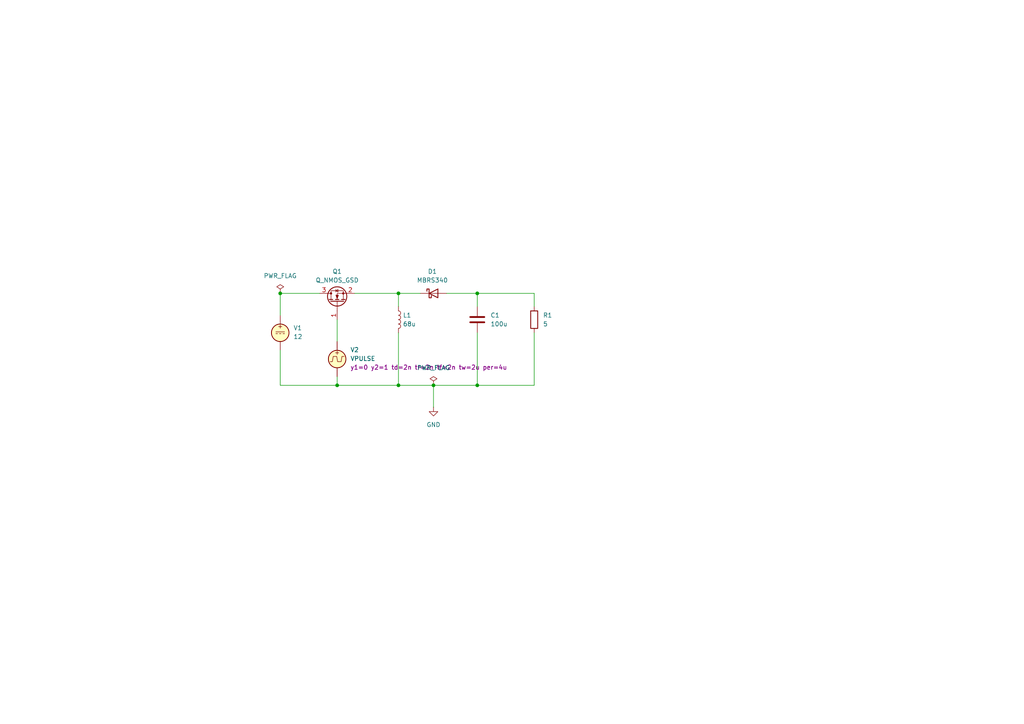
<source format=kicad_sch>
(kicad_sch
	(version 20250114)
	(generator "eeschema")
	(generator_version "9.0")
	(uuid "9c5c71c2-fb50-4cc4-a2fb-acb64834c10d")
	(paper "A4")
	(lib_symbols
		(symbol "Device:C"
			(pin_numbers
				(hide yes)
			)
			(pin_names
				(offset 0.254)
			)
			(exclude_from_sim no)
			(in_bom yes)
			(on_board yes)
			(property "Reference" "C"
				(at 0.635 2.54 0)
				(effects
					(font
						(size 1.27 1.27)
					)
					(justify left)
				)
			)
			(property "Value" "C"
				(at 0.635 -2.54 0)
				(effects
					(font
						(size 1.27 1.27)
					)
					(justify left)
				)
			)
			(property "Footprint" ""
				(at 0.9652 -3.81 0)
				(effects
					(font
						(size 1.27 1.27)
					)
					(hide yes)
				)
			)
			(property "Datasheet" "~"
				(at 0 0 0)
				(effects
					(font
						(size 1.27 1.27)
					)
					(hide yes)
				)
			)
			(property "Description" "Unpolarized capacitor"
				(at 0 0 0)
				(effects
					(font
						(size 1.27 1.27)
					)
					(hide yes)
				)
			)
			(property "ki_keywords" "cap capacitor"
				(at 0 0 0)
				(effects
					(font
						(size 1.27 1.27)
					)
					(hide yes)
				)
			)
			(property "ki_fp_filters" "C_*"
				(at 0 0 0)
				(effects
					(font
						(size 1.27 1.27)
					)
					(hide yes)
				)
			)
			(symbol "C_0_1"
				(polyline
					(pts
						(xy -2.032 0.762) (xy 2.032 0.762)
					)
					(stroke
						(width 0.508)
						(type default)
					)
					(fill
						(type none)
					)
				)
				(polyline
					(pts
						(xy -2.032 -0.762) (xy 2.032 -0.762)
					)
					(stroke
						(width 0.508)
						(type default)
					)
					(fill
						(type none)
					)
				)
			)
			(symbol "C_1_1"
				(pin passive line
					(at 0 3.81 270)
					(length 2.794)
					(name "~"
						(effects
							(font
								(size 1.27 1.27)
							)
						)
					)
					(number "1"
						(effects
							(font
								(size 1.27 1.27)
							)
						)
					)
				)
				(pin passive line
					(at 0 -3.81 90)
					(length 2.794)
					(name "~"
						(effects
							(font
								(size 1.27 1.27)
							)
						)
					)
					(number "2"
						(effects
							(font
								(size 1.27 1.27)
							)
						)
					)
				)
			)
			(embedded_fonts no)
		)
		(symbol "Device:L"
			(pin_numbers
				(hide yes)
			)
			(pin_names
				(offset 1.016)
				(hide yes)
			)
			(exclude_from_sim no)
			(in_bom yes)
			(on_board yes)
			(property "Reference" "L"
				(at -1.27 0 90)
				(effects
					(font
						(size 1.27 1.27)
					)
				)
			)
			(property "Value" "L"
				(at 1.905 0 90)
				(effects
					(font
						(size 1.27 1.27)
					)
				)
			)
			(property "Footprint" ""
				(at 0 0 0)
				(effects
					(font
						(size 1.27 1.27)
					)
					(hide yes)
				)
			)
			(property "Datasheet" "~"
				(at 0 0 0)
				(effects
					(font
						(size 1.27 1.27)
					)
					(hide yes)
				)
			)
			(property "Description" "Inductor"
				(at 0 0 0)
				(effects
					(font
						(size 1.27 1.27)
					)
					(hide yes)
				)
			)
			(property "ki_keywords" "inductor choke coil reactor magnetic"
				(at 0 0 0)
				(effects
					(font
						(size 1.27 1.27)
					)
					(hide yes)
				)
			)
			(property "ki_fp_filters" "Choke_* *Coil* Inductor_* L_*"
				(at 0 0 0)
				(effects
					(font
						(size 1.27 1.27)
					)
					(hide yes)
				)
			)
			(symbol "L_0_1"
				(arc
					(start 0 2.54)
					(mid 0.6323 1.905)
					(end 0 1.27)
					(stroke
						(width 0)
						(type default)
					)
					(fill
						(type none)
					)
				)
				(arc
					(start 0 1.27)
					(mid 0.6323 0.635)
					(end 0 0)
					(stroke
						(width 0)
						(type default)
					)
					(fill
						(type none)
					)
				)
				(arc
					(start 0 0)
					(mid 0.6323 -0.635)
					(end 0 -1.27)
					(stroke
						(width 0)
						(type default)
					)
					(fill
						(type none)
					)
				)
				(arc
					(start 0 -1.27)
					(mid 0.6323 -1.905)
					(end 0 -2.54)
					(stroke
						(width 0)
						(type default)
					)
					(fill
						(type none)
					)
				)
			)
			(symbol "L_1_1"
				(pin passive line
					(at 0 3.81 270)
					(length 1.27)
					(name "1"
						(effects
							(font
								(size 1.27 1.27)
							)
						)
					)
					(number "1"
						(effects
							(font
								(size 1.27 1.27)
							)
						)
					)
				)
				(pin passive line
					(at 0 -3.81 90)
					(length 1.27)
					(name "2"
						(effects
							(font
								(size 1.27 1.27)
							)
						)
					)
					(number "2"
						(effects
							(font
								(size 1.27 1.27)
							)
						)
					)
				)
			)
			(embedded_fonts no)
		)
		(symbol "Device:R"
			(pin_numbers
				(hide yes)
			)
			(pin_names
				(offset 0)
			)
			(exclude_from_sim no)
			(in_bom yes)
			(on_board yes)
			(property "Reference" "R"
				(at 2.032 0 90)
				(effects
					(font
						(size 1.27 1.27)
					)
				)
			)
			(property "Value" "R"
				(at 0 0 90)
				(effects
					(font
						(size 1.27 1.27)
					)
				)
			)
			(property "Footprint" ""
				(at -1.778 0 90)
				(effects
					(font
						(size 1.27 1.27)
					)
					(hide yes)
				)
			)
			(property "Datasheet" "~"
				(at 0 0 0)
				(effects
					(font
						(size 1.27 1.27)
					)
					(hide yes)
				)
			)
			(property "Description" "Resistor"
				(at 0 0 0)
				(effects
					(font
						(size 1.27 1.27)
					)
					(hide yes)
				)
			)
			(property "ki_keywords" "R res resistor"
				(at 0 0 0)
				(effects
					(font
						(size 1.27 1.27)
					)
					(hide yes)
				)
			)
			(property "ki_fp_filters" "R_*"
				(at 0 0 0)
				(effects
					(font
						(size 1.27 1.27)
					)
					(hide yes)
				)
			)
			(symbol "R_0_1"
				(rectangle
					(start -1.016 -2.54)
					(end 1.016 2.54)
					(stroke
						(width 0.254)
						(type default)
					)
					(fill
						(type none)
					)
				)
			)
			(symbol "R_1_1"
				(pin passive line
					(at 0 3.81 270)
					(length 1.27)
					(name "~"
						(effects
							(font
								(size 1.27 1.27)
							)
						)
					)
					(number "1"
						(effects
							(font
								(size 1.27 1.27)
							)
						)
					)
				)
				(pin passive line
					(at 0 -3.81 90)
					(length 1.27)
					(name "~"
						(effects
							(font
								(size 1.27 1.27)
							)
						)
					)
					(number "2"
						(effects
							(font
								(size 1.27 1.27)
							)
						)
					)
				)
			)
			(embedded_fonts no)
		)
		(symbol "Diode:MBRS340"
			(pin_numbers
				(hide yes)
			)
			(pin_names
				(offset 1.016)
				(hide yes)
			)
			(exclude_from_sim no)
			(in_bom yes)
			(on_board yes)
			(property "Reference" "D"
				(at 0 2.54 0)
				(effects
					(font
						(size 1.27 1.27)
					)
				)
			)
			(property "Value" "MBRS340"
				(at 0 -2.54 0)
				(effects
					(font
						(size 1.27 1.27)
					)
				)
			)
			(property "Footprint" "Diode_SMD:D_SMC"
				(at 0 -8.636 0)
				(effects
					(font
						(size 1.27 1.27)
					)
					(hide yes)
				)
			)
			(property "Datasheet" "https://www.onsemi.com/download/data-sheet/pdf/mbrs340t3-d.pdf"
				(at 0 -6.604 0)
				(effects
					(font
						(size 1.27 1.27)
					)
					(hide yes)
				)
			)
			(property "Description" "40V 3A Schottky Barrier Rectifier Diode, SMC (DO-214AB)"
				(at 0 -4.572 0)
				(effects
					(font
						(size 1.27 1.27)
					)
					(hide yes)
				)
			)
			(property "ki_keywords" "diode Schottky"
				(at 0 0 0)
				(effects
					(font
						(size 1.27 1.27)
					)
					(hide yes)
				)
			)
			(property "ki_fp_filters" "*D*SMC*"
				(at 0 0 0)
				(effects
					(font
						(size 1.27 1.27)
					)
					(hide yes)
				)
			)
			(symbol "MBRS340_0_1"
				(polyline
					(pts
						(xy -1.905 0.635) (xy -1.905 1.27) (xy -1.27 1.27) (xy -1.27 -1.27) (xy -0.635 -1.27) (xy -0.635 -0.635)
					)
					(stroke
						(width 0.254)
						(type default)
					)
					(fill
						(type none)
					)
				)
				(polyline
					(pts
						(xy 1.27 1.27) (xy 1.27 -1.27) (xy -1.27 0) (xy 1.27 1.27)
					)
					(stroke
						(width 0.254)
						(type default)
					)
					(fill
						(type none)
					)
				)
				(polyline
					(pts
						(xy 1.27 0) (xy -1.27 0)
					)
					(stroke
						(width 0)
						(type default)
					)
					(fill
						(type none)
					)
				)
			)
			(symbol "MBRS340_1_1"
				(pin passive line
					(at -3.81 0 0)
					(length 2.54)
					(name "K"
						(effects
							(font
								(size 1.27 1.27)
							)
						)
					)
					(number "1"
						(effects
							(font
								(size 1.27 1.27)
							)
						)
					)
				)
				(pin passive line
					(at 3.81 0 180)
					(length 2.54)
					(name "A"
						(effects
							(font
								(size 1.27 1.27)
							)
						)
					)
					(number "2"
						(effects
							(font
								(size 1.27 1.27)
							)
						)
					)
				)
			)
			(embedded_fonts no)
		)
		(symbol "Simulation_SPICE:VDC"
			(pin_numbers
				(hide yes)
			)
			(pin_names
				(offset 0.0254)
			)
			(exclude_from_sim no)
			(in_bom yes)
			(on_board yes)
			(property "Reference" "V"
				(at 2.54 2.54 0)
				(effects
					(font
						(size 1.27 1.27)
					)
					(justify left)
				)
			)
			(property "Value" "1"
				(at 2.54 0 0)
				(effects
					(font
						(size 1.27 1.27)
					)
					(justify left)
				)
			)
			(property "Footprint" ""
				(at 0 0 0)
				(effects
					(font
						(size 1.27 1.27)
					)
					(hide yes)
				)
			)
			(property "Datasheet" "https://ngspice.sourceforge.io/docs/ngspice-html-manual/manual.xhtml#sec_Independent_Sources_for"
				(at 0 0 0)
				(effects
					(font
						(size 1.27 1.27)
					)
					(hide yes)
				)
			)
			(property "Description" "Voltage source, DC"
				(at 0 0 0)
				(effects
					(font
						(size 1.27 1.27)
					)
					(hide yes)
				)
			)
			(property "Sim.Pins" "1=+ 2=-"
				(at 0 0 0)
				(effects
					(font
						(size 1.27 1.27)
					)
					(hide yes)
				)
			)
			(property "Sim.Type" "DC"
				(at 0 0 0)
				(effects
					(font
						(size 1.27 1.27)
					)
					(hide yes)
				)
			)
			(property "Sim.Device" "V"
				(at 0 0 0)
				(effects
					(font
						(size 1.27 1.27)
					)
					(justify left)
					(hide yes)
				)
			)
			(property "ki_keywords" "simulation"
				(at 0 0 0)
				(effects
					(font
						(size 1.27 1.27)
					)
					(hide yes)
				)
			)
			(symbol "VDC_0_0"
				(polyline
					(pts
						(xy -1.27 0.254) (xy 1.27 0.254)
					)
					(stroke
						(width 0)
						(type default)
					)
					(fill
						(type none)
					)
				)
				(polyline
					(pts
						(xy -0.762 -0.254) (xy -1.27 -0.254)
					)
					(stroke
						(width 0)
						(type default)
					)
					(fill
						(type none)
					)
				)
				(polyline
					(pts
						(xy 0.254 -0.254) (xy -0.254 -0.254)
					)
					(stroke
						(width 0)
						(type default)
					)
					(fill
						(type none)
					)
				)
				(polyline
					(pts
						(xy 1.27 -0.254) (xy 0.762 -0.254)
					)
					(stroke
						(width 0)
						(type default)
					)
					(fill
						(type none)
					)
				)
				(text "+"
					(at 0 1.905 0)
					(effects
						(font
							(size 1.27 1.27)
						)
					)
				)
			)
			(symbol "VDC_0_1"
				(circle
					(center 0 0)
					(radius 2.54)
					(stroke
						(width 0.254)
						(type default)
					)
					(fill
						(type background)
					)
				)
			)
			(symbol "VDC_1_1"
				(pin passive line
					(at 0 5.08 270)
					(length 2.54)
					(name "~"
						(effects
							(font
								(size 1.27 1.27)
							)
						)
					)
					(number "1"
						(effects
							(font
								(size 1.27 1.27)
							)
						)
					)
				)
				(pin passive line
					(at 0 -5.08 90)
					(length 2.54)
					(name "~"
						(effects
							(font
								(size 1.27 1.27)
							)
						)
					)
					(number "2"
						(effects
							(font
								(size 1.27 1.27)
							)
						)
					)
				)
			)
			(embedded_fonts no)
		)
		(symbol "Simulation_SPICE:VPULSE"
			(pin_numbers
				(hide yes)
			)
			(pin_names
				(offset 0.0254)
			)
			(exclude_from_sim no)
			(in_bom yes)
			(on_board yes)
			(property "Reference" "V"
				(at 2.54 2.54 0)
				(effects
					(font
						(size 1.27 1.27)
					)
					(justify left)
				)
			)
			(property "Value" "VPULSE"
				(at 2.54 0 0)
				(effects
					(font
						(size 1.27 1.27)
					)
					(justify left)
				)
			)
			(property "Footprint" ""
				(at 0 0 0)
				(effects
					(font
						(size 1.27 1.27)
					)
					(hide yes)
				)
			)
			(property "Datasheet" "https://ngspice.sourceforge.io/docs/ngspice-html-manual/manual.xhtml#sec_Independent_Sources_for"
				(at 0 0 0)
				(effects
					(font
						(size 1.27 1.27)
					)
					(hide yes)
				)
			)
			(property "Description" "Voltage source, pulse"
				(at 0 0 0)
				(effects
					(font
						(size 1.27 1.27)
					)
					(hide yes)
				)
			)
			(property "Sim.Pins" "1=+ 2=-"
				(at 0 0 0)
				(effects
					(font
						(size 1.27 1.27)
					)
					(hide yes)
				)
			)
			(property "Sim.Type" "PULSE"
				(at 0 0 0)
				(effects
					(font
						(size 1.27 1.27)
					)
					(hide yes)
				)
			)
			(property "Sim.Device" "V"
				(at 0 0 0)
				(effects
					(font
						(size 1.27 1.27)
					)
					(justify left)
					(hide yes)
				)
			)
			(property "Sim.Params" "y1=0 y2=1 td=2n tr=2n tf=2n tw=50n per=100n"
				(at 2.54 -2.54 0)
				(effects
					(font
						(size 1.27 1.27)
					)
					(justify left)
				)
			)
			(property "ki_keywords" "simulation"
				(at 0 0 0)
				(effects
					(font
						(size 1.27 1.27)
					)
					(hide yes)
				)
			)
			(symbol "VPULSE_0_0"
				(polyline
					(pts
						(xy -2.032 -0.762) (xy -1.397 -0.762) (xy -1.143 0.762) (xy -0.127 0.762) (xy 0.127 -0.762) (xy 1.143 -0.762)
						(xy 1.397 0.762) (xy 2.032 0.762)
					)
					(stroke
						(width 0)
						(type default)
					)
					(fill
						(type none)
					)
				)
				(text "+"
					(at 0 1.905 0)
					(effects
						(font
							(size 1.27 1.27)
						)
					)
				)
			)
			(symbol "VPULSE_0_1"
				(circle
					(center 0 0)
					(radius 2.54)
					(stroke
						(width 0.254)
						(type default)
					)
					(fill
						(type background)
					)
				)
			)
			(symbol "VPULSE_1_1"
				(pin passive line
					(at 0 5.08 270)
					(length 2.54)
					(name "~"
						(effects
							(font
								(size 1.27 1.27)
							)
						)
					)
					(number "1"
						(effects
							(font
								(size 1.27 1.27)
							)
						)
					)
				)
				(pin passive line
					(at 0 -5.08 90)
					(length 2.54)
					(name "~"
						(effects
							(font
								(size 1.27 1.27)
							)
						)
					)
					(number "2"
						(effects
							(font
								(size 1.27 1.27)
							)
						)
					)
				)
			)
			(embedded_fonts no)
		)
		(symbol "Transistor_FET:Q_NMOS_GSD"
			(pin_names
				(offset 0)
				(hide yes)
			)
			(exclude_from_sim no)
			(in_bom yes)
			(on_board yes)
			(property "Reference" "Q"
				(at 5.08 1.905 0)
				(effects
					(font
						(size 1.27 1.27)
					)
					(justify left)
				)
			)
			(property "Value" "Q_NMOS_GSD"
				(at 5.08 0 0)
				(effects
					(font
						(size 1.27 1.27)
					)
					(justify left)
				)
			)
			(property "Footprint" ""
				(at 5.08 2.54 0)
				(effects
					(font
						(size 1.27 1.27)
					)
					(hide yes)
				)
			)
			(property "Datasheet" "~"
				(at 0 0 0)
				(effects
					(font
						(size 1.27 1.27)
					)
					(hide yes)
				)
			)
			(property "Description" "N-MOSFET transistor, gate/source/drain"
				(at 0 0 0)
				(effects
					(font
						(size 1.27 1.27)
					)
					(hide yes)
				)
			)
			(property "ki_keywords" "transistor NMOS N-MOS N-MOSFET"
				(at 0 0 0)
				(effects
					(font
						(size 1.27 1.27)
					)
					(hide yes)
				)
			)
			(symbol "Q_NMOS_GSD_0_1"
				(polyline
					(pts
						(xy 0.254 1.905) (xy 0.254 -1.905)
					)
					(stroke
						(width 0.254)
						(type default)
					)
					(fill
						(type none)
					)
				)
				(polyline
					(pts
						(xy 0.254 0) (xy -2.54 0)
					)
					(stroke
						(width 0)
						(type default)
					)
					(fill
						(type none)
					)
				)
				(polyline
					(pts
						(xy 0.762 2.286) (xy 0.762 1.27)
					)
					(stroke
						(width 0.254)
						(type default)
					)
					(fill
						(type none)
					)
				)
				(polyline
					(pts
						(xy 0.762 0.508) (xy 0.762 -0.508)
					)
					(stroke
						(width 0.254)
						(type default)
					)
					(fill
						(type none)
					)
				)
				(polyline
					(pts
						(xy 0.762 -1.27) (xy 0.762 -2.286)
					)
					(stroke
						(width 0.254)
						(type default)
					)
					(fill
						(type none)
					)
				)
				(polyline
					(pts
						(xy 0.762 -1.778) (xy 3.302 -1.778) (xy 3.302 1.778) (xy 0.762 1.778)
					)
					(stroke
						(width 0)
						(type default)
					)
					(fill
						(type none)
					)
				)
				(polyline
					(pts
						(xy 1.016 0) (xy 2.032 0.381) (xy 2.032 -0.381) (xy 1.016 0)
					)
					(stroke
						(width 0)
						(type default)
					)
					(fill
						(type outline)
					)
				)
				(circle
					(center 1.651 0)
					(radius 2.794)
					(stroke
						(width 0.254)
						(type default)
					)
					(fill
						(type none)
					)
				)
				(polyline
					(pts
						(xy 2.54 2.54) (xy 2.54 1.778)
					)
					(stroke
						(width 0)
						(type default)
					)
					(fill
						(type none)
					)
				)
				(circle
					(center 2.54 1.778)
					(radius 0.254)
					(stroke
						(width 0)
						(type default)
					)
					(fill
						(type outline)
					)
				)
				(circle
					(center 2.54 -1.778)
					(radius 0.254)
					(stroke
						(width 0)
						(type default)
					)
					(fill
						(type outline)
					)
				)
				(polyline
					(pts
						(xy 2.54 -2.54) (xy 2.54 0) (xy 0.762 0)
					)
					(stroke
						(width 0)
						(type default)
					)
					(fill
						(type none)
					)
				)
				(polyline
					(pts
						(xy 2.921 0.381) (xy 3.683 0.381)
					)
					(stroke
						(width 0)
						(type default)
					)
					(fill
						(type none)
					)
				)
				(polyline
					(pts
						(xy 3.302 0.381) (xy 2.921 -0.254) (xy 3.683 -0.254) (xy 3.302 0.381)
					)
					(stroke
						(width 0)
						(type default)
					)
					(fill
						(type none)
					)
				)
			)
			(symbol "Q_NMOS_GSD_1_1"
				(pin input line
					(at -5.08 0 0)
					(length 2.54)
					(name "G"
						(effects
							(font
								(size 1.27 1.27)
							)
						)
					)
					(number "1"
						(effects
							(font
								(size 1.27 1.27)
							)
						)
					)
				)
				(pin passive line
					(at 2.54 5.08 270)
					(length 2.54)
					(name "D"
						(effects
							(font
								(size 1.27 1.27)
							)
						)
					)
					(number "3"
						(effects
							(font
								(size 1.27 1.27)
							)
						)
					)
				)
				(pin passive line
					(at 2.54 -5.08 90)
					(length 2.54)
					(name "S"
						(effects
							(font
								(size 1.27 1.27)
							)
						)
					)
					(number "2"
						(effects
							(font
								(size 1.27 1.27)
							)
						)
					)
				)
			)
			(embedded_fonts no)
		)
		(symbol "power:GND"
			(power)
			(pin_numbers
				(hide yes)
			)
			(pin_names
				(offset 0)
				(hide yes)
			)
			(exclude_from_sim no)
			(in_bom yes)
			(on_board yes)
			(property "Reference" "#PWR"
				(at 0 -6.35 0)
				(effects
					(font
						(size 1.27 1.27)
					)
					(hide yes)
				)
			)
			(property "Value" "GND"
				(at 0 -3.81 0)
				(effects
					(font
						(size 1.27 1.27)
					)
				)
			)
			(property "Footprint" ""
				(at 0 0 0)
				(effects
					(font
						(size 1.27 1.27)
					)
					(hide yes)
				)
			)
			(property "Datasheet" ""
				(at 0 0 0)
				(effects
					(font
						(size 1.27 1.27)
					)
					(hide yes)
				)
			)
			(property "Description" "Power symbol creates a global label with name \"GND\" , ground"
				(at 0 0 0)
				(effects
					(font
						(size 1.27 1.27)
					)
					(hide yes)
				)
			)
			(property "ki_keywords" "global power"
				(at 0 0 0)
				(effects
					(font
						(size 1.27 1.27)
					)
					(hide yes)
				)
			)
			(symbol "GND_0_1"
				(polyline
					(pts
						(xy 0 0) (xy 0 -1.27) (xy 1.27 -1.27) (xy 0 -2.54) (xy -1.27 -1.27) (xy 0 -1.27)
					)
					(stroke
						(width 0)
						(type default)
					)
					(fill
						(type none)
					)
				)
			)
			(symbol "GND_1_1"
				(pin power_in line
					(at 0 0 270)
					(length 0)
					(name "~"
						(effects
							(font
								(size 1.27 1.27)
							)
						)
					)
					(number "1"
						(effects
							(font
								(size 1.27 1.27)
							)
						)
					)
				)
			)
			(embedded_fonts no)
		)
		(symbol "power:PWR_FLAG"
			(power)
			(pin_numbers
				(hide yes)
			)
			(pin_names
				(offset 0)
				(hide yes)
			)
			(exclude_from_sim no)
			(in_bom yes)
			(on_board yes)
			(property "Reference" "#FLG"
				(at 0 1.905 0)
				(effects
					(font
						(size 1.27 1.27)
					)
					(hide yes)
				)
			)
			(property "Value" "PWR_FLAG"
				(at 0 3.81 0)
				(effects
					(font
						(size 1.27 1.27)
					)
				)
			)
			(property "Footprint" ""
				(at 0 0 0)
				(effects
					(font
						(size 1.27 1.27)
					)
					(hide yes)
				)
			)
			(property "Datasheet" "~"
				(at 0 0 0)
				(effects
					(font
						(size 1.27 1.27)
					)
					(hide yes)
				)
			)
			(property "Description" "Special symbol for telling ERC where power comes from"
				(at 0 0 0)
				(effects
					(font
						(size 1.27 1.27)
					)
					(hide yes)
				)
			)
			(property "ki_keywords" "flag power"
				(at 0 0 0)
				(effects
					(font
						(size 1.27 1.27)
					)
					(hide yes)
				)
			)
			(symbol "PWR_FLAG_0_0"
				(pin power_out line
					(at 0 0 90)
					(length 0)
					(name "~"
						(effects
							(font
								(size 1.27 1.27)
							)
						)
					)
					(number "1"
						(effects
							(font
								(size 1.27 1.27)
							)
						)
					)
				)
			)
			(symbol "PWR_FLAG_0_1"
				(polyline
					(pts
						(xy 0 0) (xy 0 1.27) (xy -1.016 1.905) (xy 0 2.54) (xy 1.016 1.905) (xy 0 1.27)
					)
					(stroke
						(width 0)
						(type default)
					)
					(fill
						(type none)
					)
				)
			)
			(embedded_fonts no)
		)
	)
	(junction
		(at 97.79 111.76)
		(diameter 0)
		(color 0 0 0 0)
		(uuid "0bdfcfa6-2b6a-4fc5-9388-d34398b71f48")
	)
	(junction
		(at 81.28 85.09)
		(diameter 0)
		(color 0 0 0 0)
		(uuid "44302d03-597b-457c-b662-ba3c66c33dc1")
	)
	(junction
		(at 125.73 111.76)
		(diameter 0)
		(color 0 0 0 0)
		(uuid "566a01ad-cb10-475b-b6fc-d990b632bfcb")
	)
	(junction
		(at 115.57 111.76)
		(diameter 0)
		(color 0 0 0 0)
		(uuid "57c845e1-6b03-47d6-a83c-3a5ead815090")
	)
	(junction
		(at 138.43 111.76)
		(diameter 0)
		(color 0 0 0 0)
		(uuid "86091769-99b1-40db-aadf-65e5fa3062c7")
	)
	(junction
		(at 115.57 85.09)
		(diameter 0)
		(color 0 0 0 0)
		(uuid "9148e739-8cd7-43a3-95c3-41f13ce0a427")
	)
	(junction
		(at 138.43 85.09)
		(diameter 0)
		(color 0 0 0 0)
		(uuid "b0f39a5f-f95d-4af2-bbfc-32599e91be3d")
	)
	(wire
		(pts
			(xy 125.73 111.76) (xy 125.73 118.11)
		)
		(stroke
			(width 0)
			(type default)
		)
		(uuid "16d98719-4754-42c2-be46-ccdad8a72a72")
	)
	(wire
		(pts
			(xy 115.57 85.09) (xy 121.92 85.09)
		)
		(stroke
			(width 0)
			(type default)
		)
		(uuid "18024a89-a0dd-4201-8cd2-105785c84392")
	)
	(wire
		(pts
			(xy 81.28 85.09) (xy 92.71 85.09)
		)
		(stroke
			(width 0)
			(type default)
		)
		(uuid "1ad63402-aec5-47bf-8bf0-c9a3e4a6ba12")
	)
	(wire
		(pts
			(xy 97.79 111.76) (xy 115.57 111.76)
		)
		(stroke
			(width 0)
			(type default)
		)
		(uuid "1c3911e7-6c89-47d5-b18f-3820e0c64c3f")
	)
	(wire
		(pts
			(xy 154.94 111.76) (xy 138.43 111.76)
		)
		(stroke
			(width 0)
			(type default)
		)
		(uuid "1f9d71b2-7e57-48bf-829d-9cb4ba59e9f0")
	)
	(wire
		(pts
			(xy 97.79 109.22) (xy 97.79 111.76)
		)
		(stroke
			(width 0)
			(type default)
		)
		(uuid "27f0fe8f-4758-485b-b60b-731ce2f7c8b4")
	)
	(wire
		(pts
			(xy 115.57 85.09) (xy 115.57 88.9)
		)
		(stroke
			(width 0)
			(type default)
		)
		(uuid "2b4ac11f-edd2-49c6-8f91-5d3ebe3aedfe")
	)
	(wire
		(pts
			(xy 138.43 85.09) (xy 154.94 85.09)
		)
		(stroke
			(width 0)
			(type default)
		)
		(uuid "53392abe-f874-490e-abec-c38ed5945e62")
	)
	(wire
		(pts
			(xy 154.94 85.09) (xy 154.94 88.9)
		)
		(stroke
			(width 0)
			(type default)
		)
		(uuid "58a0ee1b-facc-4ee8-8ce4-f3cb69fd8207")
	)
	(wire
		(pts
			(xy 81.28 111.76) (xy 97.79 111.76)
		)
		(stroke
			(width 0)
			(type default)
		)
		(uuid "5cd2b004-d9fa-4ee7-8bd4-5c0d7972b77b")
	)
	(wire
		(pts
			(xy 115.57 111.76) (xy 125.73 111.76)
		)
		(stroke
			(width 0)
			(type default)
		)
		(uuid "61dda476-6d73-4582-8bfd-4197f32bdd2d")
	)
	(wire
		(pts
			(xy 81.28 101.6) (xy 81.28 111.76)
		)
		(stroke
			(width 0)
			(type default)
		)
		(uuid "65363cdd-71d4-46ae-9786-c5e385362e23")
	)
	(wire
		(pts
			(xy 154.94 96.52) (xy 154.94 111.76)
		)
		(stroke
			(width 0)
			(type default)
		)
		(uuid "778c4970-2058-483e-8342-86c5464e7137")
	)
	(wire
		(pts
			(xy 102.87 85.09) (xy 115.57 85.09)
		)
		(stroke
			(width 0)
			(type default)
		)
		(uuid "7ca22d2c-77c3-458a-ae02-a5eda4203e43")
	)
	(wire
		(pts
			(xy 115.57 96.52) (xy 115.57 111.76)
		)
		(stroke
			(width 0)
			(type default)
		)
		(uuid "7dfea84a-42d9-4be8-bb06-c2f6dd04f29a")
	)
	(wire
		(pts
			(xy 81.28 91.44) (xy 81.28 85.09)
		)
		(stroke
			(width 0)
			(type default)
		)
		(uuid "8624fd58-2f00-4b31-b1ad-0fe0df13d677")
	)
	(wire
		(pts
			(xy 138.43 85.09) (xy 138.43 88.9)
		)
		(stroke
			(width 0)
			(type default)
		)
		(uuid "a9109e81-00f5-484f-afe4-e39a5bdc5c94")
	)
	(wire
		(pts
			(xy 125.73 111.76) (xy 138.43 111.76)
		)
		(stroke
			(width 0)
			(type default)
		)
		(uuid "cc413228-080c-4659-94ea-bde24e385bf4")
	)
	(wire
		(pts
			(xy 129.54 85.09) (xy 138.43 85.09)
		)
		(stroke
			(width 0)
			(type default)
		)
		(uuid "f2856c6d-33bf-408b-bc10-6d77d7f250be")
	)
	(wire
		(pts
			(xy 97.79 92.71) (xy 97.79 99.06)
		)
		(stroke
			(width 0)
			(type default)
		)
		(uuid "fbe9a22f-9cf4-4fa5-9847-5faed02e04aa")
	)
	(wire
		(pts
			(xy 138.43 96.52) (xy 138.43 111.76)
		)
		(stroke
			(width 0)
			(type default)
		)
		(uuid "fcaeefba-c7c7-4b1d-9e9f-f88c614df3e5")
	)
	(symbol
		(lib_id "Device:L")
		(at 115.57 92.71 0)
		(unit 1)
		(exclude_from_sim no)
		(in_bom yes)
		(on_board yes)
		(dnp no)
		(fields_autoplaced yes)
		(uuid "3211f91e-addb-4f6c-ad8b-efabc3e19427")
		(property "Reference" "L1"
			(at 116.84 91.4399 0)
			(effects
				(font
					(size 1.27 1.27)
				)
				(justify left)
			)
		)
		(property "Value" "68u"
			(at 116.84 93.9799 0)
			(effects
				(font
					(size 1.27 1.27)
				)
				(justify left)
			)
		)
		(property "Footprint" "Inductor_THT:L_Axial_L5.0mm_D3.6mm_P10.00mm_Horizontal_Murata_BL01RN1A2A2"
			(at 115.57 92.71 0)
			(effects
				(font
					(size 1.27 1.27)
				)
				(hide yes)
			)
		)
		(property "Datasheet" "~"
			(at 115.57 92.71 0)
			(effects
				(font
					(size 1.27 1.27)
				)
				(hide yes)
			)
		)
		(property "Description" "Inductor"
			(at 115.57 92.71 0)
			(effects
				(font
					(size 1.27 1.27)
				)
				(hide yes)
			)
		)
		(pin "2"
			(uuid "cdef57e7-125c-4c26-b3f8-495c34b99686")
		)
		(pin "1"
			(uuid "bb0614f0-d63c-472b-8c95-0bc09060bbbb")
		)
		(instances
			(project ""
				(path "/9c5c71c2-fb50-4cc4-a2fb-acb64834c10d"
					(reference "L1")
					(unit 1)
				)
			)
		)
	)
	(symbol
		(lib_id "Device:R")
		(at 154.94 92.71 0)
		(unit 1)
		(exclude_from_sim no)
		(in_bom yes)
		(on_board yes)
		(dnp no)
		(fields_autoplaced yes)
		(uuid "63a03050-21f9-42b9-bd1e-0ffeb26aa3e9")
		(property "Reference" "R1"
			(at 157.48 91.4399 0)
			(effects
				(font
					(size 1.27 1.27)
				)
				(justify left)
			)
		)
		(property "Value" "5"
			(at 157.48 93.9799 0)
			(effects
				(font
					(size 1.27 1.27)
				)
				(justify left)
			)
		)
		(property "Footprint" "Resistor_THT:R_Axial_DIN0204_L3.6mm_D1.6mm_P1.90mm_Vertical"
			(at 153.162 92.71 90)
			(effects
				(font
					(size 1.27 1.27)
				)
				(hide yes)
			)
		)
		(property "Datasheet" "~"
			(at 154.94 92.71 0)
			(effects
				(font
					(size 1.27 1.27)
				)
				(hide yes)
			)
		)
		(property "Description" "Resistor"
			(at 154.94 92.71 0)
			(effects
				(font
					(size 1.27 1.27)
				)
				(hide yes)
			)
		)
		(pin "1"
			(uuid "0acff155-f62e-4236-8940-08df9c26c119")
		)
		(pin "2"
			(uuid "f2c2cb49-b5ce-4c10-b870-c3088e3a798b")
		)
		(instances
			(project ""
				(path "/9c5c71c2-fb50-4cc4-a2fb-acb64834c10d"
					(reference "R1")
					(unit 1)
				)
			)
		)
	)
	(symbol
		(lib_id "Simulation_SPICE:VPULSE")
		(at 97.79 104.14 0)
		(unit 1)
		(exclude_from_sim no)
		(in_bom yes)
		(on_board yes)
		(dnp no)
		(fields_autoplaced yes)
		(uuid "6f3bb884-f949-49c0-b0b6-54086ebeddde")
		(property "Reference" "V2"
			(at 101.6 101.4701 0)
			(effects
				(font
					(size 1.27 1.27)
				)
				(justify left)
			)
		)
		(property "Value" "VPULSE"
			(at 101.6 104.0101 0)
			(effects
				(font
					(size 1.27 1.27)
				)
				(justify left)
			)
		)
		(property "Footprint" "TerminalBlock_Phoenix:TerminalBlock_Phoenix_MKDS-1,5-2-5.08_1x02_P5.08mm_Horizontal"
			(at 97.79 104.14 0)
			(effects
				(font
					(size 1.27 1.27)
				)
				(hide yes)
			)
		)
		(property "Datasheet" "https://ngspice.sourceforge.io/docs/ngspice-html-manual/manual.xhtml#sec_Independent_Sources_for"
			(at 97.79 104.14 0)
			(effects
				(font
					(size 1.27 1.27)
				)
				(hide yes)
			)
		)
		(property "Description" "Voltage source, pulse"
			(at 97.79 104.14 0)
			(effects
				(font
					(size 1.27 1.27)
				)
				(hide yes)
			)
		)
		(property "Sim.Pins" "1=+ 2=-"
			(at 97.79 104.14 0)
			(effects
				(font
					(size 1.27 1.27)
				)
				(hide yes)
			)
		)
		(property "Sim.Type" "PULSE"
			(at 97.79 104.14 0)
			(effects
				(font
					(size 1.27 1.27)
				)
				(hide yes)
			)
		)
		(property "Sim.Device" "V"
			(at 97.79 104.14 0)
			(effects
				(font
					(size 1.27 1.27)
				)
				(justify left)
				(hide yes)
			)
		)
		(property "Sim.Params" "y1=0 y2=1 td=2n tr=2n tf=2n tw=2u per=4u"
			(at 101.6 106.5501 0)
			(effects
				(font
					(size 1.27 1.27)
				)
				(justify left)
			)
		)
		(pin "1"
			(uuid "bdc946c9-0c92-47f7-95c6-a84ae8c52c08")
		)
		(pin "2"
			(uuid "9af658c1-f9df-4bd8-9072-33410ed70fe2")
		)
		(instances
			(project ""
				(path "/9c5c71c2-fb50-4cc4-a2fb-acb64834c10d"
					(reference "V2")
					(unit 1)
				)
			)
		)
	)
	(symbol
		(lib_id "Device:C")
		(at 138.43 92.71 0)
		(unit 1)
		(exclude_from_sim no)
		(in_bom yes)
		(on_board yes)
		(dnp no)
		(fields_autoplaced yes)
		(uuid "842f0a07-f749-4f93-bd73-39af3688b858")
		(property "Reference" "C1"
			(at 142.24 91.4399 0)
			(effects
				(font
					(size 1.27 1.27)
				)
				(justify left)
			)
		)
		(property "Value" "100u"
			(at 142.24 93.9799 0)
			(effects
				(font
					(size 1.27 1.27)
				)
				(justify left)
			)
		)
		(property "Footprint" "Capacitor_THT:CP_Axial_L10.0mm_D4.5mm_P15.00mm_Horizontal"
			(at 139.3952 96.52 0)
			(effects
				(font
					(size 1.27 1.27)
				)
				(hide yes)
			)
		)
		(property "Datasheet" "~"
			(at 138.43 92.71 0)
			(effects
				(font
					(size 1.27 1.27)
				)
				(hide yes)
			)
		)
		(property "Description" "Unpolarized capacitor"
			(at 138.43 92.71 0)
			(effects
				(font
					(size 1.27 1.27)
				)
				(hide yes)
			)
		)
		(pin "2"
			(uuid "8eb8e697-e69d-470d-bd13-acbdcb6045ef")
		)
		(pin "1"
			(uuid "1ee5c8aa-6b62-4e72-9a2d-5165b87336f8")
		)
		(instances
			(project ""
				(path "/9c5c71c2-fb50-4cc4-a2fb-acb64834c10d"
					(reference "C1")
					(unit 1)
				)
			)
		)
	)
	(symbol
		(lib_id "power:GND")
		(at 125.73 118.11 0)
		(unit 1)
		(exclude_from_sim no)
		(in_bom yes)
		(on_board yes)
		(dnp no)
		(fields_autoplaced yes)
		(uuid "85ecbce1-0d6a-44a3-b548-3b801999055c")
		(property "Reference" "#PWR01"
			(at 125.73 124.46 0)
			(effects
				(font
					(size 1.27 1.27)
				)
				(hide yes)
			)
		)
		(property "Value" "GND"
			(at 125.73 123.19 0)
			(effects
				(font
					(size 1.27 1.27)
				)
			)
		)
		(property "Footprint" ""
			(at 125.73 118.11 0)
			(effects
				(font
					(size 1.27 1.27)
				)
				(hide yes)
			)
		)
		(property "Datasheet" ""
			(at 125.73 118.11 0)
			(effects
				(font
					(size 1.27 1.27)
				)
				(hide yes)
			)
		)
		(property "Description" "Power symbol creates a global label with name \"GND\" , ground"
			(at 125.73 118.11 0)
			(effects
				(font
					(size 1.27 1.27)
				)
				(hide yes)
			)
		)
		(pin "1"
			(uuid "7c3c1e5b-aa19-4073-9b96-56d333231164")
		)
		(instances
			(project ""
				(path "/9c5c71c2-fb50-4cc4-a2fb-acb64834c10d"
					(reference "#PWR01")
					(unit 1)
				)
			)
		)
	)
	(symbol
		(lib_id "Simulation_SPICE:VDC")
		(at 81.28 96.52 0)
		(unit 1)
		(exclude_from_sim no)
		(in_bom yes)
		(on_board yes)
		(dnp no)
		(fields_autoplaced yes)
		(uuid "a4dd3d3a-0298-4941-a0c3-14749bcf320c")
		(property "Reference" "V1"
			(at 85.09 95.1201 0)
			(effects
				(font
					(size 1.27 1.27)
				)
				(justify left)
			)
		)
		(property "Value" "12"
			(at 85.09 97.6601 0)
			(effects
				(font
					(size 1.27 1.27)
				)
				(justify left)
			)
		)
		(property "Footprint" "TerminalBlock_Phoenix:TerminalBlock_Phoenix_MKDS-1,5-2-5.08_1x02_P5.08mm_Horizontal"
			(at 81.28 96.52 0)
			(effects
				(font
					(size 1.27 1.27)
				)
				(hide yes)
			)
		)
		(property "Datasheet" "https://ngspice.sourceforge.io/docs/ngspice-html-manual/manual.xhtml#sec_Independent_Sources_for"
			(at 81.28 96.52 0)
			(effects
				(font
					(size 1.27 1.27)
				)
				(hide yes)
			)
		)
		(property "Description" "Voltage source, DC"
			(at 81.28 96.52 0)
			(effects
				(font
					(size 1.27 1.27)
				)
				(hide yes)
			)
		)
		(property "Sim.Pins" "1=+ 2=-"
			(at 81.28 96.52 0)
			(effects
				(font
					(size 1.27 1.27)
				)
				(hide yes)
			)
		)
		(property "Sim.Type" "DC"
			(at 81.28 96.52 0)
			(effects
				(font
					(size 1.27 1.27)
				)
				(hide yes)
			)
		)
		(property "Sim.Device" "V"
			(at 81.28 96.52 0)
			(effects
				(font
					(size 1.27 1.27)
				)
				(justify left)
				(hide yes)
			)
		)
		(pin "1"
			(uuid "ae529624-c186-4b76-a7aa-b2ed7e3f6a76")
		)
		(pin "2"
			(uuid "a08a86e4-d8a1-401d-8638-fc51a538aac4")
		)
		(instances
			(project ""
				(path "/9c5c71c2-fb50-4cc4-a2fb-acb64834c10d"
					(reference "V1")
					(unit 1)
				)
			)
		)
	)
	(symbol
		(lib_id "power:PWR_FLAG")
		(at 81.28 85.09 0)
		(unit 1)
		(exclude_from_sim no)
		(in_bom yes)
		(on_board yes)
		(dnp no)
		(fields_autoplaced yes)
		(uuid "d0740585-0050-47dd-a7f2-9622242d2851")
		(property "Reference" "#FLG01"
			(at 81.28 83.185 0)
			(effects
				(font
					(size 1.27 1.27)
				)
				(hide yes)
			)
		)
		(property "Value" "PWR_FLAG"
			(at 81.28 80.01 0)
			(effects
				(font
					(size 1.27 1.27)
				)
			)
		)
		(property "Footprint" ""
			(at 81.28 85.09 0)
			(effects
				(font
					(size 1.27 1.27)
				)
				(hide yes)
			)
		)
		(property "Datasheet" "~"
			(at 81.28 85.09 0)
			(effects
				(font
					(size 1.27 1.27)
				)
				(hide yes)
			)
		)
		(property "Description" "Special symbol for telling ERC where power comes from"
			(at 81.28 85.09 0)
			(effects
				(font
					(size 1.27 1.27)
				)
				(hide yes)
			)
		)
		(pin "1"
			(uuid "4aaff7f6-358a-4e8a-8925-d7dec18984fb")
		)
		(instances
			(project ""
				(path "/9c5c71c2-fb50-4cc4-a2fb-acb64834c10d"
					(reference "#FLG01")
					(unit 1)
				)
			)
		)
	)
	(symbol
		(lib_id "power:PWR_FLAG")
		(at 125.73 111.76 0)
		(unit 1)
		(exclude_from_sim no)
		(in_bom yes)
		(on_board yes)
		(dnp no)
		(fields_autoplaced yes)
		(uuid "f27374cd-e239-421e-8377-c36081f0e4dd")
		(property "Reference" "#FLG02"
			(at 125.73 109.855 0)
			(effects
				(font
					(size 1.27 1.27)
				)
				(hide yes)
			)
		)
		(property "Value" "PWR_FLAG"
			(at 125.73 106.68 0)
			(effects
				(font
					(size 1.27 1.27)
				)
			)
		)
		(property "Footprint" ""
			(at 125.73 111.76 0)
			(effects
				(font
					(size 1.27 1.27)
				)
				(hide yes)
			)
		)
		(property "Datasheet" "~"
			(at 125.73 111.76 0)
			(effects
				(font
					(size 1.27 1.27)
				)
				(hide yes)
			)
		)
		(property "Description" "Special symbol for telling ERC where power comes from"
			(at 125.73 111.76 0)
			(effects
				(font
					(size 1.27 1.27)
				)
				(hide yes)
			)
		)
		(pin "1"
			(uuid "7aefa2e3-d1f7-49c5-a8dc-5b2ff4e1fcea")
		)
		(instances
			(project ""
				(path "/9c5c71c2-fb50-4cc4-a2fb-acb64834c10d"
					(reference "#FLG02")
					(unit 1)
				)
			)
		)
	)
	(symbol
		(lib_id "Transistor_FET:Q_NMOS_GSD")
		(at 97.79 87.63 90)
		(unit 1)
		(exclude_from_sim no)
		(in_bom yes)
		(on_board yes)
		(dnp no)
		(fields_autoplaced yes)
		(uuid "f6c5aae9-493b-4694-98ce-eb52cb793718")
		(property "Reference" "Q1"
			(at 97.79 78.74 90)
			(effects
				(font
					(size 1.27 1.27)
				)
			)
		)
		(property "Value" "Q_NMOS_GSD"
			(at 97.79 81.28 90)
			(effects
				(font
					(size 1.27 1.27)
				)
			)
		)
		(property "Footprint" "Package_TO_SOT_THT:TO-220-3_Horizontal_TabDown"
			(at 95.25 82.55 0)
			(effects
				(font
					(size 1.27 1.27)
				)
				(hide yes)
			)
		)
		(property "Datasheet" "~"
			(at 97.79 87.63 0)
			(effects
				(font
					(size 1.27 1.27)
				)
				(hide yes)
			)
		)
		(property "Description" "N-MOSFET transistor, gate/source/drain"
			(at 97.79 87.63 0)
			(effects
				(font
					(size 1.27 1.27)
				)
				(hide yes)
			)
		)
		(pin "2"
			(uuid "4a8d18f3-340a-4a98-9666-b14eb80c6a9a")
		)
		(pin "3"
			(uuid "35ddf435-3dd3-4499-a0ce-d2d24be47a20")
		)
		(pin "1"
			(uuid "84269125-ecd8-4917-9e08-ac2b0639f9a5")
		)
		(instances
			(project ""
				(path "/9c5c71c2-fb50-4cc4-a2fb-acb64834c10d"
					(reference "Q1")
					(unit 1)
				)
			)
		)
	)
	(symbol
		(lib_id "Diode:MBRS340")
		(at 125.73 85.09 0)
		(unit 1)
		(exclude_from_sim no)
		(in_bom yes)
		(on_board yes)
		(dnp no)
		(fields_autoplaced yes)
		(uuid "fc636fb6-f533-4f48-88a8-1abc71a01f15")
		(property "Reference" "D1"
			(at 125.4125 78.74 0)
			(effects
				(font
					(size 1.27 1.27)
				)
			)
		)
		(property "Value" "MBRS340"
			(at 125.4125 81.28 0)
			(effects
				(font
					(size 1.27 1.27)
				)
			)
		)
		(property "Footprint" "Diode_SMD:D_SMC"
			(at 125.73 93.726 0)
			(effects
				(font
					(size 1.27 1.27)
				)
				(hide yes)
			)
		)
		(property "Datasheet" "https://www.onsemi.com/download/data-sheet/pdf/mbrs340t3-d.pdf"
			(at 125.73 91.694 0)
			(effects
				(font
					(size 1.27 1.27)
				)
				(hide yes)
			)
		)
		(property "Description" "40V 3A Schottky Barrier Rectifier Diode, SMC (DO-214AB)"
			(at 125.73 89.662 0)
			(effects
				(font
					(size 1.27 1.27)
				)
				(hide yes)
			)
		)
		(pin "1"
			(uuid "c5af94a7-c46a-4c9a-b149-0eeecfea8e34")
		)
		(pin "2"
			(uuid "14d095eb-ac99-4e8c-b57c-a6fdc1cc1e96")
		)
		(instances
			(project ""
				(path "/9c5c71c2-fb50-4cc4-a2fb-acb64834c10d"
					(reference "D1")
					(unit 1)
				)
			)
		)
	)
	(sheet_instances
		(path "/"
			(page "1")
		)
	)
	(embedded_fonts no)
)

</source>
